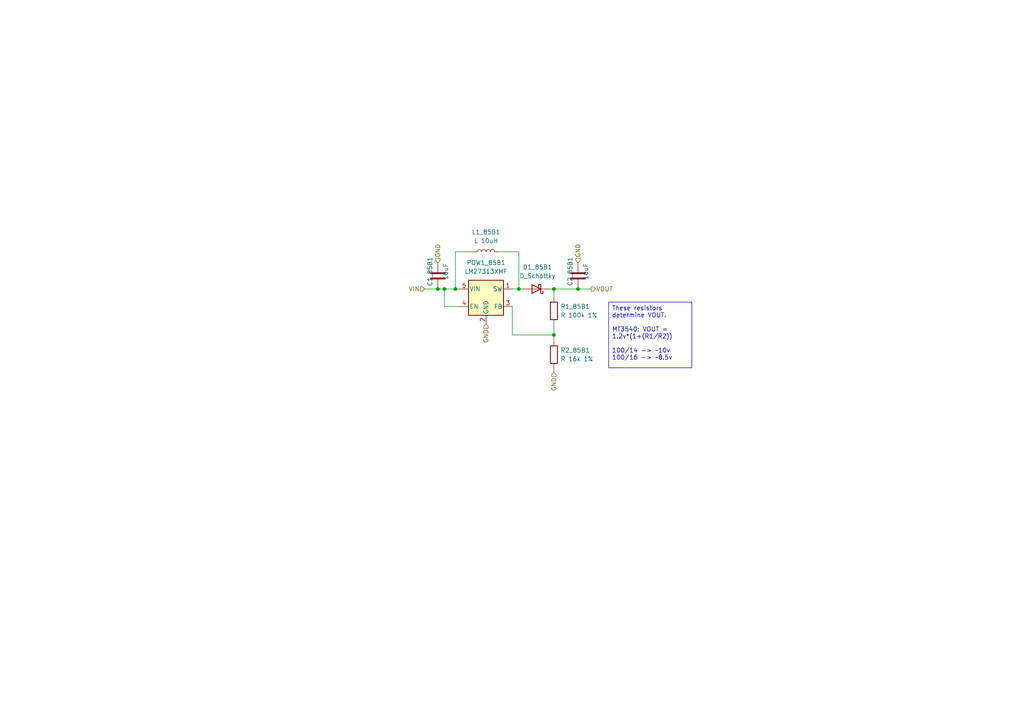
<source format=kicad_sch>
(kicad_sch (version 20230121) (generator eeschema)
  (paper "A4")
  (title_block (title "DC/DC Boost Converter: 8.5V") (comment 1 "Voltage is approximate.  See resistor calculation."))
  (lib_symbols
    (symbol "Device:C" (pin_numbers hide) (pin_names (offset 0.254))
      (property "Reference" "C" (at 0.635 2.54 0))
      (property "Value" "C" (at 0.635 -2.54 0))
      (symbol "C_0_1"
        (polyline (pts (xy -2.032 -0.762) (xy 2.032 -0.762)) (stroke (width 0.508)))
        (polyline (pts (xy -2.032 0.762) (xy 2.032 0.762)) (stroke (width 0.508)))
      )
      (symbol "C_1_1"
        (pin passive line (at 0 3.81 270) (length 2.794) (name "~") (number "1"))
        (pin passive line (at 0 -3.81 90) (length 2.794) (name "~") (number "2"))
      )
    )
    (symbol "Device:D_Schottky" (pin_numbers hide) (pin_names (offset 1.016) hide)
      (property "Reference" "D" (at 0 2.54 0))
      (property "Value" "D_Schottky" (at 0 -2.54 0))
      (symbol "D_Schottky_0_1"
        (polyline (pts (xy 1.27 0) (xy -1.27 0)))
        (polyline (pts (xy 1.27 1.27) (xy 1.27 -1.27) (xy -1.27 0) (xy 1.27 1.27)) (stroke (width 0.254)))
        (polyline (pts (xy -1.905 0.635) (xy -1.905 1.27) (xy -1.27 1.27) (xy -1.27 -1.27) (xy -0.635 -1.27) (xy -0.635 -0.635)) (stroke (width 0.254)))
      )
      (symbol "D_Schottky_1_1"
        (pin passive line (at -3.81 0 0) (length 2.54) (name "K") (number "1"))
        (pin passive line (at 3.81 0 180) (length 2.54) (name "A") (number "2"))
      )
    )
    (symbol "Device:L" (pin_numbers hide) (pin_names (offset 1.016) hide)
      (property "Reference" "L" (at -1.27 0 90))
      (property "Value" "L" (at 1.905 0 90))
      (symbol "L_0_1"
        (arc (start 0 -2.54) (mid 0.6323 -1.905) (end 0 -1.27))
        (arc (start 0 -1.27) (mid 0.6323 -0.635) (end 0 0))
        (arc (start 0 0) (mid 0.6323 0.635) (end 0 1.27))
        (arc (start 0 1.27) (mid 0.6323 1.905) (end 0 2.54))
      )
      (symbol "L_1_1"
        (pin passive line (at 0 3.81 270) (length 1.27) (name "1") (number "1"))
        (pin passive line (at 0 -3.81 90) (length 1.27) (name "2") (number "2"))
      )
    )
    (symbol "Device:R" (pin_numbers hide) (pin_names (offset 0))
      (property "Reference" "R" (at 2.032 0 90))
      (property "Value" "R" (at 0 0 90))
      (symbol "R_0_1"
        (rectangle (start -1.016 -2.54) (end 1.016 2.54) (stroke (width 0.254)))
      )
      (symbol "R_1_1"
        (pin passive line (at 0 3.81 270) (length 1.27) (name "~") (number "1"))
        (pin passive line (at 0 -3.81 90) (length 1.27) (name "~") (number "2"))
      )
    )
    (symbol "Regulator_Switching:LM27313XMF" (pin_names (offset 0.254))
      (property "Reference" "U" (at -5.08 6.35 0))
      (property "Value" "LM27313XMF" (at 0 6.35 0))
      (symbol "LM27313XMF_0_1"
        (rectangle (start -5.08 5.08) (end 5.08 -5.08) (stroke (width 0.254)) (fill (type background)))
      )
      (symbol "LM27313XMF_1_1"
        (pin output line (at 7.62 2.54 180) (length 2.54) (name "SW") (number "1"))
        (pin power_in line (at 0 -7.62 90) (length 2.54) (name "GND") (number "2"))
        (pin input line (at 7.62 -2.54 180) (length 2.54) (name "FB") (number "3"))
        (pin input line (at -7.62 -2.54 0) (length 2.54) (name "EN") (number "4"))
        (pin input line (at -7.62 2.54 0) (length 2.54) (name "VIN") (number "5"))
      )
    )
  )
  (junction (at 132.08 83.82))
  (junction (at 160.655 97.155))
  (junction (at 127 83.82))
  (junction (at 128.905 83.82))
  (junction (at 150.495 83.82))
  (junction (at 167.64 83.82))
  (junction (at 160.655 83.82))
  (wire (pts (xy 160.655 106.68) (xy 160.655 107.95)))
  (wire (pts (xy 160.655 83.82) (xy 167.64 83.82)))
  (wire (pts (xy 167.64 83.82) (xy 171.45 83.82)))
  (wire (pts (xy 160.655 83.82) (xy 160.655 86.36)))
  (wire (pts (xy 128.905 83.82) (xy 128.905 88.9)))
  (wire (pts (xy 150.495 73.025) (xy 150.495 83.82)))
  (wire (pts (xy 144.78 73.025) (xy 150.495 73.025)))
  (wire (pts (xy 159.385 83.82) (xy 160.655 83.82)))
  (wire (pts (xy 148.59 97.155) (xy 148.59 88.9)))
  (wire (pts (xy 160.655 93.98) (xy 160.655 97.155)))
  (wire (pts (xy 132.08 83.82) (xy 133.35 83.82)))
  (wire (pts (xy 127 83.82) (xy 128.905 83.82)))
  (wire (pts (xy 150.495 83.82) (xy 151.765 83.82)))
  (wire (pts (xy 132.08 83.82) (xy 132.08 73.025)))
  (wire (pts (xy 128.905 88.9) (xy 133.35 88.9)))
  (wire (pts (xy 123.19 83.82) (xy 127 83.82)))
  (wire (pts (xy 150.495 83.82) (xy 148.59 83.82)))
  (wire (pts (xy 160.655 97.155) (xy 160.655 99.06)))
  (wire (pts (xy 148.59 97.155) (xy 160.655 97.155)))
  (wire (pts (xy 128.905 83.82) (xy 132.08 83.82)))
  (wire (pts (xy 132.08 73.025) (xy 137.16 73.025)))
  (text_box "These resistors determine VOUT.\n\nMT3540: VOUT = 1.2v*(1+(R1/R2))\n\n100/14 -> ~10v\n100/16 -> ~8.5v" (at 176.53 87.63 0) (size 24.13 19.05) (effects (font (size 1.27 1.27)) (justify left top)))
  (hierarchical_label "GND" (shape input) (at 160.655 107.95 270))
  (hierarchical_label "GND" (shape input) (at 127 76.2 90))
  (hierarchical_label "VOUT" (shape output) (at 171.45 83.82 0))
  (hierarchical_label "VIN" (shape input) (at 123.19 83.82 180))
  (hierarchical_label "GND" (shape input) (at 140.97 93.98 270))
  (hierarchical_label "GND" (shape input) (at 167.64 76.2 90))
  (symbol (lib_id "Device:C") (at 127 80.01 0) (unit 1)
    (property "Reference" "C1_85B1" (at 124.71 78.76 90))
    (property "Value" "10uF" (at 129.3 78.76 90))
    (property "Footprint" "Capacitor_SMD:C_0603_1608Metric" (effects hide))
    (property "MFR" "GRM188R6YA106MA73D" (effects hide))
    (property "LCSC" "C194427" (effects hide))
    (property "Description" "35V 10uF X5R ±20% 0603  Multilayer Ceramic Capacitors MLCC - SMD/SMT ROHS" (effects hide))
    (property "URL" "https://jlcpcb.com/partdetail/235742-GRM188R6YA106MA73D/C194427" (effects hide))
  )
  (symbol (lib_id "Regulator_Switching:LM27313XMF") (at 140.97 86.36 0) (unit 1)
    (property "Reference" "POW1_85B1" (at 140.97 76.2 0))
    (property "Value" "LM27313XMF" (at 140.97 78.74 0))
    (property "Footprint" "Package_TO_SOT_SMD:SOT-23-5" (effects hide))
    (property "Datasheet" "http://www.ti.com/lit/ds/symlink/lm27313.pdf" (effects hide))
    (property "MFR" "MT3540" (effects hide))
    (property "LCSC" "C181744" (effects hide))
    (property "Description" "boost converterType 28V 2.5V~5.5V 1.5A SOT-23-5  DC-DC Converters ROHS" (effects hide))
  )
  (symbol (lib_id "Device:L") (at 140.97 73.025 90) (unit 1)
    (property "Reference" "L1_85B1" (at 140.97 67.31 90))
    (property "Value" "L 10uH" (at 140.97 69.85 90))
    (property "Footprint" "Inductor_SMD:L_0805_2012Metric" (effects hide))
    (property "MFR" "CPY201212T-100M-NP" (effects hide))
    (property "LCSC" "C285963" (effects hide))
    (property "Description" "400mA 10uH ±20% 0805  Inductors (SMD) ROHS" (effects hide))
  )
  (symbol (lib_id "Device:R") (at 160.655 90.17 0) (unit 1)
    (property "Reference" "R1_85B1" (at 162.56 88.9 0) (effects (justify left)))
    (property "Value" "R 100k 1%" (at 162.56 91.44 0) (effects (justify left)))
    (property "Footprint" "Resistor_SMD:R_0402_1005Metric" (effects hide))
    (property "MFR" "RC0402FR-07100KL" (effects hide))
    (property "LCSC" "C60491" (effects hide))
    (property "Description" "62.5mW Thick Film Resistors ±100ppm/℃ ±1% 100kΩ 0402  Chip Resistor - Surface Mount ROHS" (effects hide))
    (property "URL" "https://jlcpcb.com/partdetail/YAGEO-RC0402FR07100KL/C60491" (effects hide))
  )
  (symbol (lib_id "Device:R") (at 160.655 102.87 0) (unit 1)
    (property "Reference" "R2_85B1" (at 162.56 101.6 0) (effects (justify left)))
    (property "Value" "R 16k 1%" (at 162.56 104.14 0) (effects (justify left)))
    (property "Footprint" "Resistor_SMD:R_0402_1005Metric" (effects hide))
    (property "MFR" "RC0402FR-0716KL" (effects hide))
    (property "LCSC" "C163487" (effects hide))
    (property "Description" "62.5mW Thick Film Resistors ±100ppm/℃ ±1% 16kΩ 0402  Chip Resistor - Surface Mount ROHS" (effects hide))
    (property "URL" "https://jlcpcb.com/partdetail/YAGEO-RC0402FR0716KL/C163487" (effects hide))
  )
  (symbol (lib_id "Device:D_Schottky") (at 155.575 83.82 180) (unit 1)
    (property "Reference" "D1_85B1" (at 155.8925 77.47 0))
    (property "Value" "D_Schottky" (at 155.8925 80.01 0))
    (property "Footprint" "Diode_SMD:D_0402_1005Metric" (effects hide))
    (property "MFR" "RB161QS-40T18R" (effects hide))
    (property "LCSC" "C2837790" (effects hide))
    (property "Description" "40V Single 600mV@1A 1A 0402  Schottky Barrier Diodes (SBD) ROHS" (effects hide))
    (property "URL" "https://jlcpcb.com/partdetail/ROHMSemicon-RB161QS40T18R/C2837790" (effects hide))
  )
  (symbol (lib_id "Device:C") (at 167.64 80.01 0) (unit 1)
    (property "Reference" "C2_85B1" (at 165.35 78.76 90))
    (property "Value" "10uF" (at 169.94 78.76 90))
    (property "Footprint" "Capacitor_SMD:C_0603_1608Metric" (effects hide))
    (property "MFR" "GRM188R6YA106MA73D" (effects hide))
    (property "LCSC" "C194427" (effects hide))
    (property "Description" "35V 10uF X5R ±20% 0603  Multilayer Ceramic Capacitors MLCC - SMD/SMT ROHS" (effects hide))
    (property "URL" "https://jlcpcb.com/partdetail/235742-GRM188R6YA106MA73D/C194427" (effects hide))
  )
)
</source>
